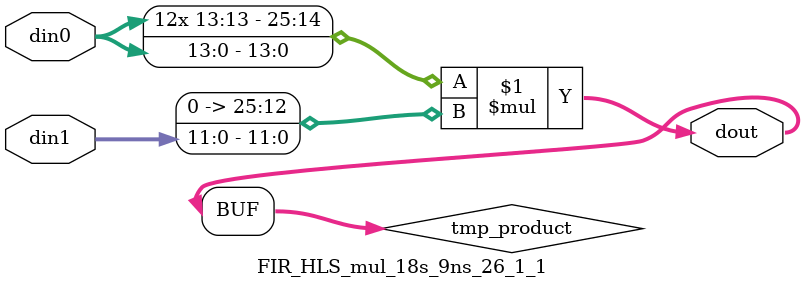
<source format=v>

`timescale 1 ns / 1 ps

 module FIR_HLS_mul_18s_9ns_26_1_1(din0, din1, dout);
parameter ID = 1;
parameter NUM_STAGE = 0;
parameter din0_WIDTH = 14;
parameter din1_WIDTH = 12;
parameter dout_WIDTH = 26;

input [din0_WIDTH - 1 : 0] din0; 
input [din1_WIDTH - 1 : 0] din1; 
output [dout_WIDTH - 1 : 0] dout;

wire signed [dout_WIDTH - 1 : 0] tmp_product;


























assign tmp_product = $signed(din0) * $signed({1'b0, din1});









assign dout = tmp_product;





















endmodule

</source>
